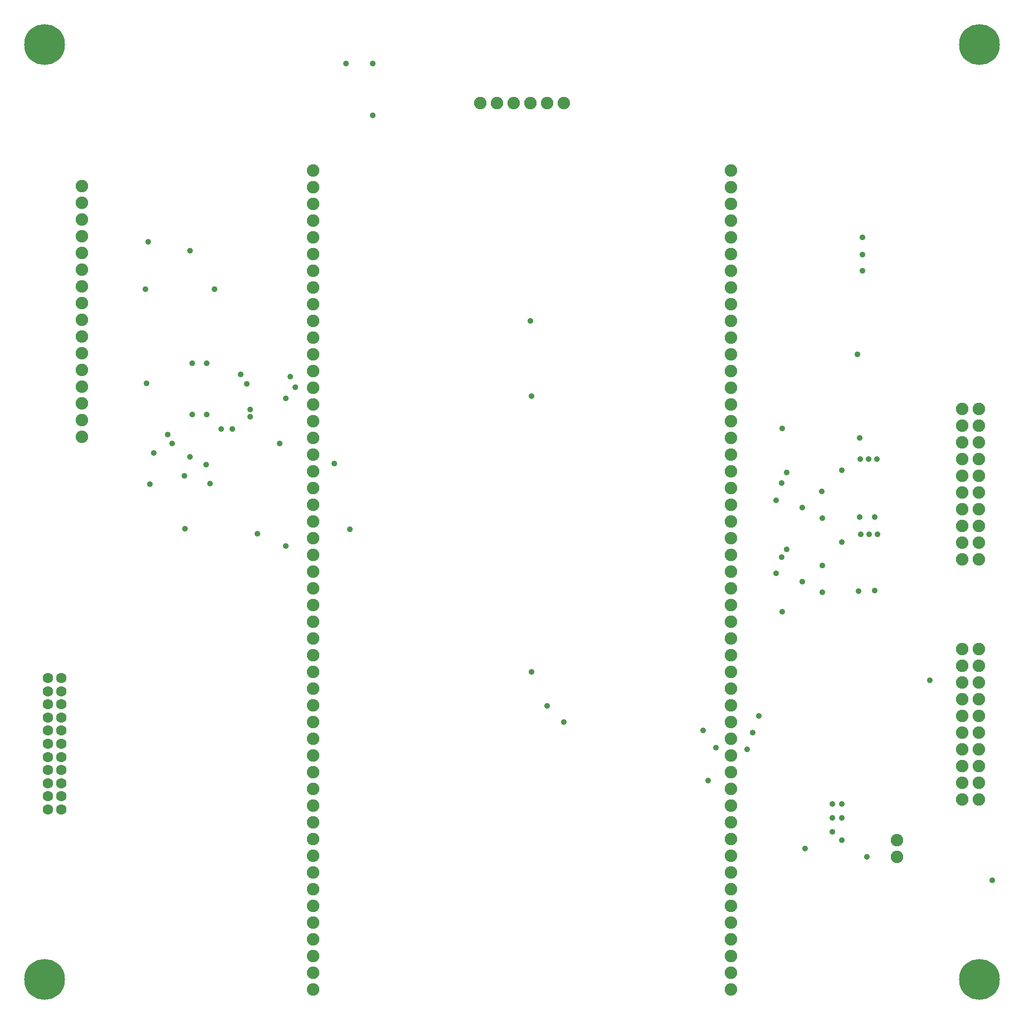
<source format=gts>
G04*
G04 #@! TF.GenerationSoftware,Altium Limited,Altium Designer,18.1.11 (251)*
G04*
G04 Layer_Color=8388736*
%FSLAX25Y25*%
%MOIN*%
G70*
G01*
G75*
%ADD13C,0.06312*%
%ADD14C,0.07493*%
%ADD15C,0.24422*%
%ADD16C,0.03556*%
D13*
X17715Y117242D02*
D03*
Y125116D02*
D03*
Y132990D02*
D03*
Y140864D02*
D03*
Y148738D02*
D03*
Y156612D02*
D03*
Y164486D02*
D03*
Y172360D02*
D03*
Y180234D02*
D03*
Y188108D02*
D03*
Y195982D02*
D03*
X25589D02*
D03*
Y188108D02*
D03*
Y180234D02*
D03*
Y172360D02*
D03*
Y164486D02*
D03*
Y156612D02*
D03*
Y148738D02*
D03*
Y140864D02*
D03*
Y132990D02*
D03*
Y125116D02*
D03*
Y117242D02*
D03*
D14*
X276420Y539959D02*
D03*
X286420D02*
D03*
X296420D02*
D03*
X306420D02*
D03*
X316420D02*
D03*
X326420D02*
D03*
X38067Y490413D02*
D03*
Y480412D02*
D03*
Y470412D02*
D03*
Y460413D02*
D03*
Y450413D02*
D03*
Y440413D02*
D03*
Y430412D02*
D03*
Y420412D02*
D03*
Y410413D02*
D03*
Y400413D02*
D03*
Y390412D02*
D03*
Y380413D02*
D03*
Y370412D02*
D03*
Y360413D02*
D03*
Y350413D02*
D03*
Y340412D02*
D03*
X176183Y499607D02*
D03*
Y489607D02*
D03*
Y479607D02*
D03*
Y469607D02*
D03*
Y459607D02*
D03*
Y449607D02*
D03*
Y439607D02*
D03*
Y429607D02*
D03*
Y419607D02*
D03*
Y409607D02*
D03*
Y399607D02*
D03*
Y389607D02*
D03*
Y379607D02*
D03*
Y369607D02*
D03*
Y359607D02*
D03*
Y349607D02*
D03*
Y339607D02*
D03*
Y329607D02*
D03*
Y319607D02*
D03*
Y309607D02*
D03*
Y299607D02*
D03*
Y289607D02*
D03*
Y279607D02*
D03*
Y269607D02*
D03*
Y259607D02*
D03*
Y249607D02*
D03*
Y239607D02*
D03*
Y229607D02*
D03*
Y219607D02*
D03*
Y209607D02*
D03*
Y199607D02*
D03*
Y189607D02*
D03*
Y179607D02*
D03*
Y169607D02*
D03*
Y159607D02*
D03*
Y149607D02*
D03*
Y139607D02*
D03*
Y129607D02*
D03*
Y119607D02*
D03*
Y109607D02*
D03*
Y99607D02*
D03*
Y89607D02*
D03*
Y79607D02*
D03*
Y69607D02*
D03*
Y59607D02*
D03*
Y49607D02*
D03*
Y39607D02*
D03*
Y29607D02*
D03*
Y19607D02*
D03*
Y9607D02*
D03*
X426183Y489607D02*
D03*
Y479607D02*
D03*
Y469607D02*
D03*
Y459607D02*
D03*
Y449607D02*
D03*
Y439607D02*
D03*
Y429607D02*
D03*
Y419607D02*
D03*
Y409607D02*
D03*
Y399607D02*
D03*
Y389607D02*
D03*
Y379607D02*
D03*
Y369607D02*
D03*
Y359607D02*
D03*
Y349607D02*
D03*
Y339607D02*
D03*
Y329607D02*
D03*
Y319607D02*
D03*
Y309607D02*
D03*
Y299607D02*
D03*
Y289607D02*
D03*
Y279607D02*
D03*
Y269607D02*
D03*
Y259607D02*
D03*
Y249607D02*
D03*
Y239607D02*
D03*
Y229607D02*
D03*
Y219607D02*
D03*
Y209607D02*
D03*
Y199607D02*
D03*
Y189607D02*
D03*
Y179607D02*
D03*
Y169607D02*
D03*
Y159607D02*
D03*
Y149607D02*
D03*
Y139607D02*
D03*
Y129607D02*
D03*
Y119607D02*
D03*
Y109607D02*
D03*
Y99607D02*
D03*
Y89607D02*
D03*
Y79607D02*
D03*
Y69607D02*
D03*
Y59607D02*
D03*
Y49607D02*
D03*
Y39607D02*
D03*
Y29607D02*
D03*
Y19607D02*
D03*
Y9607D02*
D03*
Y499607D02*
D03*
X525589Y98890D02*
D03*
Y88890D02*
D03*
X564557Y357046D02*
D03*
Y347046D02*
D03*
Y337046D02*
D03*
Y327046D02*
D03*
Y317046D02*
D03*
Y307046D02*
D03*
Y297046D02*
D03*
Y287046D02*
D03*
Y277046D02*
D03*
Y267046D02*
D03*
X574557D02*
D03*
Y277046D02*
D03*
Y287046D02*
D03*
Y297046D02*
D03*
Y307046D02*
D03*
Y317046D02*
D03*
Y327046D02*
D03*
Y337046D02*
D03*
Y347046D02*
D03*
Y357046D02*
D03*
X564557Y213247D02*
D03*
Y203247D02*
D03*
Y193247D02*
D03*
Y183247D02*
D03*
Y173247D02*
D03*
Y163247D02*
D03*
Y153247D02*
D03*
Y143247D02*
D03*
Y133247D02*
D03*
Y123247D02*
D03*
X574557D02*
D03*
Y133247D02*
D03*
Y143247D02*
D03*
Y153247D02*
D03*
Y163247D02*
D03*
Y173247D02*
D03*
Y183247D02*
D03*
Y193247D02*
D03*
Y203247D02*
D03*
Y213247D02*
D03*
D15*
X574803Y574803D02*
D03*
Y15748D02*
D03*
X15748D02*
D03*
Y574803D02*
D03*
D16*
X142856Y282127D02*
D03*
X470472Y94095D02*
D03*
X188976Y324410D02*
D03*
X159843Y274803D02*
D03*
X198425Y285039D02*
D03*
X582677Y74803D02*
D03*
X545168Y194488D02*
D03*
X307086Y364567D02*
D03*
X501982Y389621D02*
D03*
X503180Y339607D02*
D03*
X409449Y164567D02*
D03*
X412598Y134646D02*
D03*
X417323Y154331D02*
D03*
X492520Y112127D02*
D03*
Y120472D02*
D03*
X487086Y112127D02*
D03*
Y120472D02*
D03*
X507480Y88976D02*
D03*
X481092Y247130D02*
D03*
Y291732D02*
D03*
X487086Y104015D02*
D03*
X492520Y99015D02*
D03*
X453150Y258561D02*
D03*
Y302362D02*
D03*
X165748Y370079D02*
D03*
X442913Y173247D02*
D03*
X439370Y163247D02*
D03*
X435827Y153247D02*
D03*
X504806Y439490D02*
D03*
X117323Y428759D02*
D03*
X77559Y456871D02*
D03*
X76632Y372282D02*
D03*
X102756Y328346D02*
D03*
X156219Y336300D02*
D03*
X114566Y312178D02*
D03*
X112221Y323624D02*
D03*
X162598Y376378D02*
D03*
X159843Y363331D02*
D03*
X102469Y451753D02*
D03*
X75984Y428722D02*
D03*
X99372Y317023D02*
D03*
X92069Y336300D02*
D03*
X307086Y199607D02*
D03*
X492695Y320372D02*
D03*
X492477Y277123D02*
D03*
X78642Y312017D02*
D03*
X99513Y285433D02*
D03*
X457087Y235494D02*
D03*
X456470Y312697D02*
D03*
Y268305D02*
D03*
X469066Y253483D02*
D03*
Y298085D02*
D03*
X459620Y319092D02*
D03*
Y273029D02*
D03*
X132873Y377595D02*
D03*
X136774Y371830D02*
D03*
X504806Y459666D02*
D03*
Y449194D02*
D03*
X306420Y409727D02*
D03*
X316420Y179134D02*
D03*
X326420Y169607D02*
D03*
X503676Y326978D02*
D03*
X508714D02*
D03*
X513752D02*
D03*
X513949Y282096D02*
D03*
X457087Y345276D02*
D03*
X481092Y263189D02*
D03*
X502672Y247973D02*
D03*
X512121Y248170D02*
D03*
X508911Y282096D02*
D03*
X503873D02*
D03*
X512235Y292359D02*
D03*
X503180Y292162D02*
D03*
X480643Y307677D02*
D03*
X81086Y330698D02*
D03*
X138503Y352147D02*
D03*
X138505Y356477D02*
D03*
X112614Y384190D02*
D03*
X103952Y384387D02*
D03*
X112618Y353760D02*
D03*
X103956Y353563D02*
D03*
X211807Y563544D02*
D03*
X195981D02*
D03*
X121398Y345058D02*
D03*
X127823D02*
D03*
X211811Y532677D02*
D03*
X89116Y341576D02*
D03*
M02*

</source>
